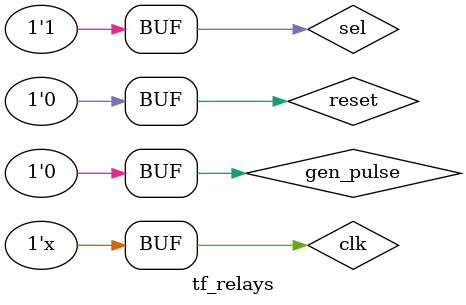
<source format=v>

`timescale 1ns/1ns
module tf_relays();

// DATE:     23:02:50 10/16/2014 
// MODULE:   relays
// DESIGN:   relays
// FILENAME: tf_relays.v
// PROJECT:  data_loggerVer5
// VERSION:  


// Inputs
    reg clk;
    reg reset;
    reg gen_pulse;
    reg sel;


// Outputs
    wire relayAp;
    wire relayAn;
    wire relayBp;
    wire relayBn;


// Bidirs


// Instantiate the UUT
    relays uut (
        .clk(clk), 
        .reset(reset), 
        .gen_pulse(gen_pulse), 
        .sel(sel), 
        .relayAp(relayAp), 
        .relayAn(relayAn), 
        .relayBp(relayBp), 
        .relayBn(relayBn)
        );


// Initialize Inputs
        initial begin
         clk = 0;
         reset = 0;
         gen_pulse = 0;
         sel = 0;
         #1000 reset  =1;
         #1000  reset  =0;

         #1000 gen_pulse  =1;
         #1000  gen_pulse  =0;

         #10_000_000  sel  =1;//10ms

         #1000 gen_pulse  =1;
         #1000  gen_pulse  =0;
        end
//@ 22118400
always
#23 clk = ~clk;
endmodule


</source>
